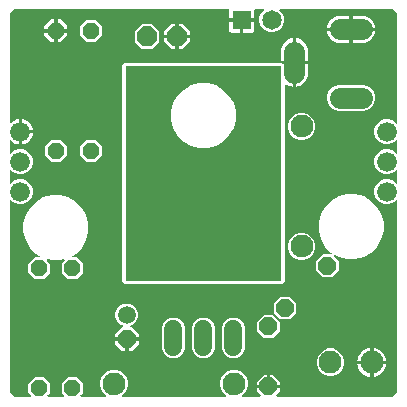
<source format=gbl>
G04 EAGLE Gerber RS-274X export*
G75*
%MOMM*%
%FSLAX34Y34*%
%LPD*%
%INBottom Copper*%
%IPPOS*%
%AMOC8*
5,1,8,0,0,1.08239X$1,22.5*%
G01*
%ADD10P,1.623585X8X292.500000*%
%ADD11C,1.500000*%
%ADD12C,1.930400*%
%ADD13C,1.524000*%
%ADD14C,1.950000*%
%ADD15P,1.547818X8X112.500000*%
%ADD16P,1.547818X8X292.500000*%
%ADD17C,1.800000*%
%ADD18P,1.623585X8X247.500000*%
%ADD19R,1.650000X1.650000*%
%ADD20C,1.650000*%
%ADD21C,1.676400*%
%ADD22P,1.814519X8X22.500000*%
%ADD23C,0.914400*%

G36*
X28524Y10934D02*
X28524Y10934D01*
X28596Y10936D01*
X28645Y10954D01*
X28696Y10962D01*
X28759Y10996D01*
X28827Y11021D01*
X28867Y11053D01*
X28913Y11078D01*
X28963Y11130D01*
X29019Y11174D01*
X29047Y11218D01*
X29083Y11256D01*
X29113Y11321D01*
X29152Y11381D01*
X29164Y11432D01*
X29186Y11479D01*
X29194Y11550D01*
X29212Y11620D01*
X29208Y11672D01*
X29213Y11723D01*
X29198Y11794D01*
X29193Y11865D01*
X29172Y11913D01*
X29161Y11964D01*
X29124Y12025D01*
X29096Y12091D01*
X29051Y12147D01*
X29035Y12175D01*
X29017Y12190D01*
X28991Y12222D01*
X26817Y14396D01*
X26817Y22004D01*
X32196Y27383D01*
X39804Y27383D01*
X45183Y22004D01*
X45183Y14396D01*
X43009Y12222D01*
X42967Y12164D01*
X42917Y12112D01*
X42895Y12065D01*
X42865Y12023D01*
X42844Y11954D01*
X42814Y11889D01*
X42808Y11837D01*
X42793Y11787D01*
X42795Y11716D01*
X42787Y11645D01*
X42798Y11594D01*
X42799Y11542D01*
X42824Y11474D01*
X42839Y11404D01*
X42866Y11359D01*
X42883Y11311D01*
X42928Y11255D01*
X42965Y11193D01*
X43005Y11159D01*
X43037Y11119D01*
X43097Y11080D01*
X43152Y11033D01*
X43200Y11014D01*
X43244Y10986D01*
X43314Y10968D01*
X43380Y10941D01*
X43451Y10933D01*
X43483Y10925D01*
X43506Y10927D01*
X43547Y10923D01*
X56453Y10923D01*
X56524Y10934D01*
X56596Y10936D01*
X56645Y10954D01*
X56696Y10962D01*
X56759Y10996D01*
X56827Y11021D01*
X56867Y11053D01*
X56913Y11078D01*
X56963Y11130D01*
X57019Y11174D01*
X57047Y11218D01*
X57083Y11256D01*
X57113Y11321D01*
X57152Y11381D01*
X57164Y11432D01*
X57186Y11479D01*
X57194Y11550D01*
X57212Y11620D01*
X57208Y11672D01*
X57213Y11723D01*
X57198Y11794D01*
X57193Y11865D01*
X57172Y11913D01*
X57161Y11964D01*
X57124Y12025D01*
X57096Y12091D01*
X57051Y12147D01*
X57035Y12175D01*
X57017Y12190D01*
X56991Y12222D01*
X54817Y14396D01*
X54817Y22004D01*
X60196Y27383D01*
X67804Y27383D01*
X73183Y22004D01*
X73183Y14396D01*
X71009Y12222D01*
X70967Y12164D01*
X70917Y12112D01*
X70895Y12065D01*
X70865Y12023D01*
X70844Y11954D01*
X70814Y11889D01*
X70808Y11837D01*
X70793Y11787D01*
X70795Y11716D01*
X70787Y11645D01*
X70798Y11594D01*
X70799Y11542D01*
X70824Y11474D01*
X70839Y11404D01*
X70866Y11359D01*
X70883Y11311D01*
X70928Y11255D01*
X70965Y11193D01*
X71005Y11159D01*
X71037Y11119D01*
X71097Y11080D01*
X71152Y11033D01*
X71200Y11014D01*
X71244Y10986D01*
X71314Y10968D01*
X71380Y10941D01*
X71451Y10933D01*
X71483Y10925D01*
X71506Y10927D01*
X71547Y10923D01*
X91915Y10923D01*
X91985Y10934D01*
X92057Y10936D01*
X92106Y10954D01*
X92158Y10962D01*
X92221Y10996D01*
X92288Y11021D01*
X92329Y11053D01*
X92375Y11078D01*
X92424Y11130D01*
X92480Y11174D01*
X92508Y11218D01*
X92544Y11256D01*
X92574Y11321D01*
X92613Y11381D01*
X92626Y11432D01*
X92648Y11479D01*
X92656Y11550D01*
X92673Y11620D01*
X92669Y11672D01*
X92675Y11723D01*
X92660Y11794D01*
X92654Y11865D01*
X92634Y11913D01*
X92623Y11964D01*
X92586Y12025D01*
X92558Y12091D01*
X92513Y12147D01*
X92497Y12175D01*
X92479Y12190D01*
X92453Y12222D01*
X89294Y15381D01*
X87515Y19676D01*
X87515Y24324D01*
X89294Y28619D01*
X92581Y31906D01*
X96876Y33685D01*
X101524Y33685D01*
X105819Y31906D01*
X109106Y28619D01*
X110885Y24324D01*
X110885Y19676D01*
X109106Y15381D01*
X105947Y12222D01*
X105905Y12164D01*
X105856Y12112D01*
X105834Y12065D01*
X105803Y12023D01*
X105782Y11954D01*
X105752Y11889D01*
X105746Y11837D01*
X105731Y11787D01*
X105733Y11716D01*
X105725Y11645D01*
X105736Y11594D01*
X105737Y11542D01*
X105762Y11474D01*
X105777Y11404D01*
X105804Y11359D01*
X105822Y11311D01*
X105867Y11255D01*
X105903Y11193D01*
X105943Y11159D01*
X105976Y11119D01*
X106036Y11080D01*
X106090Y11033D01*
X106139Y11014D01*
X106182Y10986D01*
X106252Y10968D01*
X106319Y10941D01*
X106390Y10933D01*
X106421Y10925D01*
X106444Y10927D01*
X106485Y10923D01*
X193515Y10923D01*
X193585Y10934D01*
X193657Y10936D01*
X193706Y10954D01*
X193758Y10962D01*
X193821Y10996D01*
X193888Y11021D01*
X193929Y11053D01*
X193975Y11078D01*
X194024Y11130D01*
X194080Y11174D01*
X194108Y11218D01*
X194144Y11256D01*
X194174Y11321D01*
X194213Y11381D01*
X194226Y11432D01*
X194248Y11479D01*
X194256Y11550D01*
X194273Y11620D01*
X194269Y11672D01*
X194275Y11723D01*
X194260Y11794D01*
X194254Y11865D01*
X194234Y11913D01*
X194223Y11964D01*
X194186Y12025D01*
X194158Y12091D01*
X194113Y12147D01*
X194097Y12175D01*
X194079Y12190D01*
X194053Y12222D01*
X190894Y15381D01*
X189115Y19676D01*
X189115Y24324D01*
X190894Y28619D01*
X194181Y31906D01*
X198476Y33685D01*
X203124Y33685D01*
X207419Y31906D01*
X210706Y28619D01*
X212485Y24324D01*
X212485Y19676D01*
X210706Y15381D01*
X207547Y12222D01*
X207505Y12164D01*
X207456Y12112D01*
X207434Y12065D01*
X207403Y12023D01*
X207382Y11954D01*
X207352Y11889D01*
X207346Y11837D01*
X207331Y11787D01*
X207333Y11716D01*
X207325Y11645D01*
X207336Y11594D01*
X207337Y11542D01*
X207362Y11474D01*
X207377Y11404D01*
X207404Y11359D01*
X207422Y11311D01*
X207467Y11255D01*
X207503Y11193D01*
X207543Y11159D01*
X207576Y11119D01*
X207636Y11080D01*
X207690Y11033D01*
X207739Y11014D01*
X207782Y10986D01*
X207852Y10968D01*
X207919Y10941D01*
X207990Y10933D01*
X208021Y10925D01*
X208044Y10927D01*
X208085Y10923D01*
X222640Y10923D01*
X222710Y10934D01*
X222782Y10936D01*
X222831Y10954D01*
X222882Y10962D01*
X222946Y10996D01*
X223013Y11021D01*
X223054Y11053D01*
X223100Y11078D01*
X223149Y11130D01*
X223205Y11174D01*
X223233Y11218D01*
X223269Y11256D01*
X223299Y11321D01*
X223338Y11381D01*
X223351Y11432D01*
X223373Y11479D01*
X223381Y11550D01*
X223398Y11620D01*
X223394Y11672D01*
X223400Y11723D01*
X223385Y11794D01*
X223379Y11865D01*
X223359Y11913D01*
X223348Y11964D01*
X223311Y12025D01*
X223283Y12091D01*
X223238Y12147D01*
X223222Y12175D01*
X223204Y12190D01*
X223178Y12222D01*
X219959Y15441D01*
X219959Y18077D01*
X229238Y18077D01*
X229258Y18080D01*
X229277Y18078D01*
X229379Y18100D01*
X229481Y18117D01*
X229498Y18126D01*
X229518Y18130D01*
X229607Y18183D01*
X229698Y18232D01*
X229712Y18246D01*
X229729Y18256D01*
X229796Y18335D01*
X229867Y18410D01*
X229876Y18428D01*
X229889Y18443D01*
X229927Y18539D01*
X229971Y18633D01*
X229973Y18653D01*
X229981Y18671D01*
X229999Y18838D01*
X229999Y19601D01*
X230001Y19601D01*
X230001Y18838D01*
X230004Y18818D01*
X230002Y18799D01*
X230024Y18697D01*
X230041Y18595D01*
X230050Y18578D01*
X230054Y18558D01*
X230107Y18469D01*
X230156Y18378D01*
X230170Y18364D01*
X230180Y18347D01*
X230259Y18280D01*
X230334Y18209D01*
X230352Y18200D01*
X230367Y18187D01*
X230463Y18148D01*
X230557Y18105D01*
X230577Y18103D01*
X230595Y18095D01*
X230762Y18077D01*
X240041Y18077D01*
X240041Y15441D01*
X236822Y12222D01*
X236780Y12164D01*
X236731Y12112D01*
X236709Y12065D01*
X236678Y12023D01*
X236657Y11954D01*
X236627Y11889D01*
X236621Y11837D01*
X236606Y11787D01*
X236608Y11716D01*
X236600Y11645D01*
X236611Y11594D01*
X236612Y11542D01*
X236637Y11474D01*
X236652Y11404D01*
X236679Y11359D01*
X236697Y11311D01*
X236742Y11255D01*
X236778Y11193D01*
X236818Y11159D01*
X236851Y11119D01*
X236911Y11080D01*
X236965Y11033D01*
X237014Y11014D01*
X237058Y10986D01*
X237127Y10968D01*
X237194Y10941D01*
X237265Y10933D01*
X237296Y10925D01*
X237319Y10927D01*
X237360Y10923D01*
X335160Y10923D01*
X335250Y10937D01*
X335341Y10945D01*
X335371Y10957D01*
X335403Y10962D01*
X335484Y11005D01*
X335568Y11041D01*
X335600Y11067D01*
X335620Y11078D01*
X335643Y11101D01*
X335699Y11146D01*
X338854Y14301D01*
X338907Y14375D01*
X338967Y14445D01*
X338979Y14475D01*
X338998Y14501D01*
X339025Y14588D01*
X339059Y14673D01*
X339063Y14714D01*
X339070Y14736D01*
X339069Y14768D01*
X339077Y14840D01*
X339077Y177111D01*
X339066Y177182D01*
X339064Y177253D01*
X339046Y177302D01*
X339038Y177354D01*
X339004Y177417D01*
X338979Y177484D01*
X338947Y177525D01*
X338922Y177571D01*
X338870Y177620D01*
X338826Y177676D01*
X338782Y177704D01*
X338744Y177740D01*
X338679Y177770D01*
X338619Y177809D01*
X338568Y177822D01*
X338521Y177844D01*
X338450Y177852D01*
X338380Y177869D01*
X338328Y177865D01*
X338277Y177871D01*
X338206Y177856D01*
X338135Y177850D01*
X338087Y177830D01*
X338036Y177819D01*
X337975Y177782D01*
X337909Y177754D01*
X337853Y177709D01*
X337825Y177693D01*
X337810Y177675D01*
X337778Y177649D01*
X335900Y175771D01*
X332072Y174185D01*
X327928Y174185D01*
X324100Y175771D01*
X321171Y178700D01*
X319585Y182528D01*
X319585Y186672D01*
X321171Y190500D01*
X324100Y193429D01*
X327928Y195015D01*
X332072Y195015D01*
X335900Y193429D01*
X337778Y191551D01*
X337836Y191509D01*
X337888Y191460D01*
X337935Y191438D01*
X337977Y191407D01*
X338046Y191386D01*
X338111Y191356D01*
X338163Y191350D01*
X338213Y191335D01*
X338284Y191337D01*
X338355Y191329D01*
X338406Y191340D01*
X338458Y191341D01*
X338526Y191366D01*
X338596Y191381D01*
X338641Y191408D01*
X338689Y191426D01*
X338745Y191471D01*
X338807Y191507D01*
X338841Y191547D01*
X338881Y191580D01*
X338920Y191640D01*
X338967Y191694D01*
X338986Y191743D01*
X339014Y191786D01*
X339032Y191856D01*
X339039Y191874D01*
X339049Y191895D01*
X339050Y191900D01*
X339059Y191922D01*
X339067Y191994D01*
X339075Y192025D01*
X339073Y192048D01*
X339077Y192089D01*
X339077Y202511D01*
X339066Y202582D01*
X339064Y202653D01*
X339046Y202702D01*
X339038Y202754D01*
X339004Y202817D01*
X338979Y202884D01*
X338947Y202925D01*
X338922Y202971D01*
X338870Y203020D01*
X338826Y203076D01*
X338782Y203104D01*
X338744Y203140D01*
X338679Y203170D01*
X338619Y203209D01*
X338568Y203222D01*
X338521Y203244D01*
X338450Y203252D01*
X338380Y203269D01*
X338328Y203265D01*
X338277Y203271D01*
X338206Y203256D01*
X338135Y203250D01*
X338087Y203230D01*
X338036Y203219D01*
X337975Y203182D01*
X337909Y203154D01*
X337853Y203109D01*
X337825Y203093D01*
X337810Y203075D01*
X337778Y203049D01*
X335900Y201171D01*
X332072Y199585D01*
X327928Y199585D01*
X324100Y201171D01*
X321171Y204100D01*
X319585Y207928D01*
X319585Y212072D01*
X321171Y215900D01*
X324100Y218829D01*
X327928Y220415D01*
X332072Y220415D01*
X335900Y218829D01*
X337778Y216951D01*
X337836Y216909D01*
X337888Y216860D01*
X337935Y216838D01*
X337977Y216807D01*
X338046Y216786D01*
X338111Y216756D01*
X338163Y216750D01*
X338213Y216735D01*
X338284Y216737D01*
X338355Y216729D01*
X338406Y216740D01*
X338458Y216741D01*
X338526Y216766D01*
X338596Y216781D01*
X338641Y216808D01*
X338689Y216826D01*
X338745Y216871D01*
X338807Y216907D01*
X338841Y216947D01*
X338881Y216980D01*
X338920Y217040D01*
X338967Y217094D01*
X338986Y217143D01*
X339014Y217186D01*
X339032Y217256D01*
X339059Y217322D01*
X339067Y217394D01*
X339075Y217425D01*
X339073Y217448D01*
X339077Y217489D01*
X339077Y227911D01*
X339076Y227918D01*
X339075Y227923D01*
X339066Y227982D01*
X339064Y228053D01*
X339046Y228102D01*
X339038Y228154D01*
X339004Y228217D01*
X338979Y228284D01*
X338947Y228325D01*
X338922Y228371D01*
X338870Y228420D01*
X338826Y228476D01*
X338782Y228504D01*
X338744Y228540D01*
X338679Y228570D01*
X338619Y228609D01*
X338568Y228622D01*
X338521Y228644D01*
X338450Y228652D01*
X338380Y228669D01*
X338328Y228665D01*
X338277Y228671D01*
X338206Y228656D01*
X338135Y228650D01*
X338087Y228630D01*
X338036Y228619D01*
X337975Y228582D01*
X337909Y228554D01*
X337853Y228509D01*
X337825Y228493D01*
X337810Y228475D01*
X337778Y228449D01*
X335900Y226571D01*
X332072Y224985D01*
X327928Y224985D01*
X324100Y226571D01*
X321171Y229500D01*
X319585Y233328D01*
X319585Y237472D01*
X321171Y241300D01*
X324100Y244229D01*
X327928Y245815D01*
X332072Y245815D01*
X335900Y244229D01*
X337778Y242351D01*
X337836Y242309D01*
X337888Y242260D01*
X337935Y242238D01*
X337977Y242207D01*
X338046Y242186D01*
X338111Y242156D01*
X338163Y242150D01*
X338213Y242135D01*
X338284Y242137D01*
X338355Y242129D01*
X338406Y242140D01*
X338458Y242141D01*
X338526Y242166D01*
X338596Y242181D01*
X338641Y242208D01*
X338689Y242226D01*
X338745Y242271D01*
X338807Y242307D01*
X338841Y242347D01*
X338881Y242380D01*
X338920Y242440D01*
X338967Y242494D01*
X338986Y242543D01*
X339014Y242586D01*
X339032Y242656D01*
X339059Y242722D01*
X339067Y242794D01*
X339075Y242825D01*
X339073Y242848D01*
X339077Y242889D01*
X339077Y335160D01*
X339063Y335250D01*
X339055Y335341D01*
X339043Y335371D01*
X339038Y335403D01*
X338995Y335484D01*
X338959Y335568D01*
X338933Y335600D01*
X338922Y335620D01*
X338899Y335643D01*
X338854Y335699D01*
X335699Y338854D01*
X335625Y338907D01*
X335555Y338967D01*
X335525Y338979D01*
X335499Y338998D01*
X335412Y339025D01*
X335327Y339059D01*
X335286Y339063D01*
X335264Y339070D01*
X335232Y339069D01*
X335160Y339077D01*
X240003Y339077D01*
X239932Y339066D01*
X239860Y339064D01*
X239811Y339046D01*
X239760Y339038D01*
X239696Y339004D01*
X239629Y338979D01*
X239588Y338947D01*
X239542Y338922D01*
X239493Y338870D01*
X239437Y338826D01*
X239409Y338782D01*
X239373Y338744D01*
X239343Y338679D01*
X239304Y338619D01*
X239291Y338568D01*
X239269Y338521D01*
X239261Y338450D01*
X239244Y338380D01*
X239248Y338328D01*
X239242Y338277D01*
X239258Y338206D01*
X239263Y338135D01*
X239283Y338087D01*
X239295Y338036D01*
X239331Y337975D01*
X239359Y337909D01*
X239404Y337853D01*
X239421Y337825D01*
X239439Y337810D01*
X239464Y337778D01*
X241417Y335825D01*
X242983Y332045D01*
X242983Y327955D01*
X241417Y324175D01*
X238525Y321283D01*
X234745Y319717D01*
X230655Y319717D01*
X226875Y321283D01*
X223983Y324175D01*
X222417Y327955D01*
X222417Y332045D01*
X223983Y335825D01*
X225936Y337778D01*
X225978Y337836D01*
X226027Y337888D01*
X226049Y337935D01*
X226079Y337977D01*
X226100Y338046D01*
X226131Y338111D01*
X226136Y338163D01*
X226152Y338213D01*
X226150Y338284D01*
X226158Y338355D01*
X226147Y338406D01*
X226145Y338458D01*
X226121Y338526D01*
X226105Y338596D01*
X226079Y338641D01*
X226061Y338689D01*
X226016Y338745D01*
X225979Y338807D01*
X225940Y338841D01*
X225907Y338881D01*
X225847Y338920D01*
X225792Y338967D01*
X225744Y338986D01*
X225700Y339014D01*
X225631Y339032D01*
X225564Y339059D01*
X225493Y339067D01*
X225462Y339075D01*
X225438Y339073D01*
X225397Y339077D01*
X218852Y339077D01*
X218832Y339074D01*
X218813Y339076D01*
X218711Y339054D01*
X218609Y339038D01*
X218592Y339028D01*
X218572Y339024D01*
X218483Y338971D01*
X218392Y338922D01*
X218378Y338908D01*
X218361Y338898D01*
X218294Y338819D01*
X218222Y338744D01*
X218214Y338726D01*
X218201Y338711D01*
X218162Y338615D01*
X218119Y338521D01*
X218117Y338501D01*
X218109Y338483D01*
X218091Y338316D01*
X218091Y331523D01*
X208062Y331523D01*
X208042Y331520D01*
X208023Y331522D01*
X207921Y331500D01*
X207819Y331483D01*
X207802Y331474D01*
X207782Y331470D01*
X207693Y331417D01*
X207602Y331368D01*
X207588Y331354D01*
X207571Y331344D01*
X207504Y331265D01*
X207433Y331190D01*
X207424Y331172D01*
X207411Y331157D01*
X207373Y331061D01*
X207329Y330967D01*
X207327Y330947D01*
X207319Y330929D01*
X207301Y330762D01*
X207301Y329999D01*
X207299Y329999D01*
X207299Y330762D01*
X207296Y330782D01*
X207298Y330801D01*
X207276Y330903D01*
X207259Y331005D01*
X207250Y331022D01*
X207246Y331042D01*
X207193Y331131D01*
X207144Y331222D01*
X207130Y331236D01*
X207120Y331253D01*
X207041Y331320D01*
X206966Y331391D01*
X206948Y331400D01*
X206933Y331413D01*
X206837Y331452D01*
X206743Y331495D01*
X206723Y331497D01*
X206705Y331505D01*
X206538Y331523D01*
X196509Y331523D01*
X196509Y338316D01*
X196506Y338336D01*
X196508Y338355D01*
X196486Y338457D01*
X196470Y338559D01*
X196460Y338576D01*
X196456Y338596D01*
X196403Y338685D01*
X196354Y338776D01*
X196340Y338790D01*
X196330Y338807D01*
X196251Y338874D01*
X196176Y338946D01*
X196158Y338954D01*
X196143Y338967D01*
X196047Y339006D01*
X195953Y339049D01*
X195933Y339051D01*
X195915Y339059D01*
X195748Y339077D01*
X14840Y339077D01*
X14750Y339063D01*
X14659Y339055D01*
X14629Y339043D01*
X14597Y339038D01*
X14516Y338995D01*
X14432Y338959D01*
X14400Y338933D01*
X14380Y338922D01*
X14357Y338899D01*
X14301Y338854D01*
X11146Y335699D01*
X11093Y335625D01*
X11033Y335555D01*
X11021Y335525D01*
X11002Y335499D01*
X10975Y335412D01*
X10941Y335327D01*
X10937Y335286D01*
X10930Y335264D01*
X10931Y335232D01*
X10923Y335160D01*
X10923Y243608D01*
X10934Y243537D01*
X10936Y243465D01*
X10954Y243416D01*
X10962Y243365D01*
X10996Y243302D01*
X11021Y243234D01*
X11053Y243194D01*
X11078Y243147D01*
X11130Y243098D01*
X11174Y243042D01*
X11218Y243014D01*
X11256Y242978D01*
X11321Y242948D01*
X11381Y242909D01*
X11432Y242896D01*
X11479Y242874D01*
X11550Y242867D01*
X11620Y242849D01*
X11672Y242853D01*
X11723Y242847D01*
X11794Y242863D01*
X11865Y242868D01*
X11913Y242889D01*
X11964Y242900D01*
X12025Y242936D01*
X12091Y242965D01*
X12147Y243009D01*
X12175Y243026D01*
X12190Y243044D01*
X12222Y243069D01*
X12884Y243731D01*
X14275Y244742D01*
X15807Y245522D01*
X17442Y246054D01*
X18477Y246218D01*
X18477Y236162D01*
X18480Y236142D01*
X18478Y236123D01*
X18500Y236021D01*
X18517Y235919D01*
X18526Y235902D01*
X18530Y235882D01*
X18583Y235793D01*
X18632Y235702D01*
X18646Y235688D01*
X18656Y235671D01*
X18735Y235604D01*
X18810Y235533D01*
X18828Y235524D01*
X18843Y235511D01*
X18939Y235473D01*
X19033Y235429D01*
X19053Y235427D01*
X19071Y235419D01*
X19238Y235401D01*
X20001Y235401D01*
X20001Y235399D01*
X19238Y235399D01*
X19218Y235396D01*
X19199Y235398D01*
X19097Y235376D01*
X18995Y235359D01*
X18978Y235350D01*
X18958Y235346D01*
X18869Y235293D01*
X18778Y235244D01*
X18764Y235230D01*
X18747Y235220D01*
X18680Y235141D01*
X18609Y235066D01*
X18600Y235048D01*
X18587Y235033D01*
X18548Y234937D01*
X18505Y234843D01*
X18503Y234823D01*
X18495Y234805D01*
X18477Y234638D01*
X18477Y224582D01*
X17442Y224746D01*
X15807Y225278D01*
X14275Y226058D01*
X12884Y227069D01*
X12222Y227731D01*
X12164Y227773D01*
X12112Y227822D01*
X12065Y227844D01*
X12023Y227874D01*
X11954Y227895D01*
X11889Y227926D01*
X11837Y227931D01*
X11787Y227947D01*
X11716Y227945D01*
X11645Y227953D01*
X11594Y227942D01*
X11542Y227940D01*
X11474Y227916D01*
X11404Y227900D01*
X11359Y227874D01*
X11311Y227856D01*
X11255Y227811D01*
X11193Y227774D01*
X11159Y227735D01*
X11119Y227702D01*
X11080Y227642D01*
X11033Y227587D01*
X11014Y227539D01*
X10986Y227495D01*
X10968Y227426D01*
X10941Y227359D01*
X10933Y227288D01*
X10925Y227257D01*
X10927Y227233D01*
X10923Y227192D01*
X10923Y217489D01*
X10934Y217418D01*
X10936Y217347D01*
X10954Y217298D01*
X10962Y217246D01*
X10996Y217183D01*
X11021Y217116D01*
X11053Y217075D01*
X11078Y217029D01*
X11130Y216980D01*
X11174Y216924D01*
X11218Y216896D01*
X11256Y216860D01*
X11321Y216830D01*
X11381Y216791D01*
X11432Y216778D01*
X11479Y216756D01*
X11550Y216748D01*
X11620Y216731D01*
X11672Y216735D01*
X11723Y216729D01*
X11794Y216744D01*
X11865Y216750D01*
X11913Y216770D01*
X11964Y216781D01*
X12025Y216818D01*
X12091Y216846D01*
X12147Y216891D01*
X12175Y216907D01*
X12190Y216925D01*
X12222Y216951D01*
X14100Y218829D01*
X17928Y220415D01*
X22072Y220415D01*
X25900Y218829D01*
X28829Y215900D01*
X30415Y212072D01*
X30415Y207928D01*
X28829Y204100D01*
X25900Y201171D01*
X22072Y199585D01*
X17928Y199585D01*
X14100Y201171D01*
X12222Y203049D01*
X12164Y203091D01*
X12112Y203140D01*
X12065Y203162D01*
X12023Y203193D01*
X11954Y203214D01*
X11889Y203244D01*
X11837Y203250D01*
X11787Y203265D01*
X11716Y203263D01*
X11645Y203271D01*
X11594Y203260D01*
X11542Y203259D01*
X11474Y203234D01*
X11404Y203219D01*
X11359Y203192D01*
X11311Y203174D01*
X11255Y203129D01*
X11193Y203093D01*
X11159Y203053D01*
X11119Y203020D01*
X11080Y202960D01*
X11033Y202906D01*
X11014Y202857D01*
X10986Y202814D01*
X10968Y202744D01*
X10941Y202678D01*
X10933Y202606D01*
X10925Y202575D01*
X10927Y202552D01*
X10923Y202511D01*
X10923Y192089D01*
X10925Y192074D01*
X10924Y192061D01*
X10934Y192011D01*
X10936Y191947D01*
X10954Y191898D01*
X10962Y191846D01*
X10976Y191821D01*
X10976Y191820D01*
X10978Y191817D01*
X10996Y191783D01*
X11021Y191716D01*
X11053Y191675D01*
X11078Y191629D01*
X11130Y191580D01*
X11174Y191524D01*
X11218Y191496D01*
X11256Y191460D01*
X11321Y191430D01*
X11381Y191391D01*
X11432Y191378D01*
X11479Y191356D01*
X11550Y191348D01*
X11620Y191331D01*
X11672Y191335D01*
X11723Y191329D01*
X11794Y191344D01*
X11865Y191350D01*
X11913Y191370D01*
X11964Y191381D01*
X12025Y191418D01*
X12091Y191446D01*
X12143Y191487D01*
X12155Y191494D01*
X12159Y191498D01*
X12175Y191507D01*
X12190Y191525D01*
X12222Y191551D01*
X14100Y193429D01*
X17928Y195015D01*
X22072Y195015D01*
X25900Y193429D01*
X28829Y190500D01*
X30415Y186672D01*
X30415Y182528D01*
X28829Y178700D01*
X25900Y175771D01*
X22072Y174185D01*
X17928Y174185D01*
X14100Y175771D01*
X12222Y177649D01*
X12164Y177691D01*
X12112Y177740D01*
X12065Y177762D01*
X12023Y177793D01*
X11954Y177814D01*
X11889Y177844D01*
X11837Y177850D01*
X11787Y177865D01*
X11716Y177863D01*
X11645Y177871D01*
X11594Y177860D01*
X11542Y177859D01*
X11474Y177834D01*
X11404Y177819D01*
X11359Y177792D01*
X11311Y177774D01*
X11255Y177729D01*
X11193Y177693D01*
X11159Y177653D01*
X11119Y177620D01*
X11080Y177560D01*
X11033Y177506D01*
X11014Y177457D01*
X10986Y177414D01*
X10968Y177344D01*
X10941Y177278D01*
X10933Y177206D01*
X10925Y177175D01*
X10927Y177152D01*
X10923Y177111D01*
X10923Y14840D01*
X10937Y14750D01*
X10945Y14659D01*
X10957Y14629D01*
X10962Y14597D01*
X11005Y14516D01*
X11041Y14432D01*
X11067Y14400D01*
X11078Y14380D01*
X11101Y14357D01*
X11146Y14301D01*
X14301Y11146D01*
X14375Y11093D01*
X14445Y11033D01*
X14475Y11021D01*
X14501Y11002D01*
X14588Y10975D01*
X14673Y10941D01*
X14714Y10937D01*
X14736Y10930D01*
X14768Y10931D01*
X14840Y10923D01*
X28453Y10923D01*
X28524Y10934D01*
G37*
%LPC*%
G36*
X108422Y106189D02*
X108422Y106189D01*
X106189Y108422D01*
X106189Y291578D01*
X108422Y293811D01*
X241578Y293811D01*
X242689Y292700D01*
X242763Y292647D01*
X242833Y292587D01*
X242863Y292575D01*
X242889Y292556D01*
X242976Y292529D01*
X243061Y292495D01*
X243102Y292491D01*
X243124Y292484D01*
X243156Y292485D01*
X243228Y292477D01*
X250477Y292477D01*
X250477Y273557D01*
X249298Y273743D01*
X247570Y274305D01*
X245951Y275129D01*
X245019Y275807D01*
X245009Y275812D01*
X245000Y275820D01*
X244899Y275867D01*
X244800Y275917D01*
X244788Y275919D01*
X244777Y275924D01*
X244666Y275936D01*
X244556Y275952D01*
X244544Y275950D01*
X244533Y275951D01*
X244424Y275927D01*
X244314Y275907D01*
X244304Y275901D01*
X244292Y275899D01*
X244196Y275841D01*
X244099Y275787D01*
X244091Y275779D01*
X244081Y275772D01*
X244009Y275688D01*
X243934Y275606D01*
X243929Y275595D01*
X243921Y275586D01*
X243879Y275482D01*
X243835Y275380D01*
X243834Y275369D01*
X243829Y275357D01*
X243811Y275191D01*
X243811Y108422D01*
X241578Y106189D01*
X108422Y106189D01*
G37*
%LPD*%
G36*
X240020Y109242D02*
X240020Y109242D01*
X240039Y109240D01*
X240141Y109262D01*
X240243Y109279D01*
X240260Y109288D01*
X240280Y109292D01*
X240369Y109345D01*
X240460Y109394D01*
X240474Y109408D01*
X240491Y109418D01*
X240558Y109497D01*
X240630Y109572D01*
X240638Y109590D01*
X240651Y109605D01*
X240690Y109701D01*
X240733Y109795D01*
X240735Y109815D01*
X240743Y109833D01*
X240761Y110000D01*
X240761Y290000D01*
X240758Y290020D01*
X240760Y290039D01*
X240738Y290141D01*
X240722Y290243D01*
X240712Y290260D01*
X240708Y290280D01*
X240655Y290369D01*
X240606Y290460D01*
X240592Y290474D01*
X240582Y290491D01*
X240503Y290558D01*
X240428Y290630D01*
X240410Y290638D01*
X240395Y290651D01*
X240299Y290690D01*
X240205Y290733D01*
X240185Y290735D01*
X240167Y290743D01*
X240000Y290761D01*
X110000Y290761D01*
X109980Y290758D01*
X109961Y290760D01*
X109859Y290738D01*
X109757Y290722D01*
X109740Y290712D01*
X109720Y290708D01*
X109631Y290655D01*
X109540Y290606D01*
X109526Y290592D01*
X109509Y290582D01*
X109442Y290503D01*
X109371Y290428D01*
X109362Y290410D01*
X109349Y290395D01*
X109310Y290299D01*
X109267Y290205D01*
X109265Y290185D01*
X109257Y290167D01*
X109239Y290000D01*
X109239Y110000D01*
X109242Y109980D01*
X109240Y109961D01*
X109262Y109859D01*
X109279Y109757D01*
X109288Y109740D01*
X109292Y109720D01*
X109345Y109631D01*
X109394Y109540D01*
X109408Y109526D01*
X109418Y109509D01*
X109497Y109442D01*
X109572Y109371D01*
X109590Y109362D01*
X109605Y109349D01*
X109701Y109310D01*
X109795Y109267D01*
X109815Y109265D01*
X109833Y109257D01*
X110000Y109239D01*
X240000Y109239D01*
X240020Y109242D01*
G37*
%LPC*%
G36*
X32196Y110617D02*
X32196Y110617D01*
X26817Y115996D01*
X26817Y123604D01*
X32196Y128983D01*
X35489Y128983D01*
X35536Y128990D01*
X35584Y128989D01*
X35657Y129010D01*
X35731Y129022D01*
X35774Y129045D01*
X35820Y129059D01*
X35882Y129102D01*
X35949Y129138D01*
X35982Y129172D01*
X36021Y129200D01*
X36066Y129261D01*
X36118Y129316D01*
X36138Y129359D01*
X36167Y129398D01*
X36190Y129470D01*
X36222Y129539D01*
X36227Y129587D01*
X36242Y129632D01*
X36241Y129708D01*
X36249Y129783D01*
X36239Y129830D01*
X36238Y129878D01*
X36213Y129950D01*
X36197Y130024D01*
X36172Y130065D01*
X36156Y130110D01*
X36109Y130170D01*
X36070Y130235D01*
X36034Y130266D01*
X36004Y130304D01*
X35901Y130380D01*
X35884Y130395D01*
X35877Y130397D01*
X35869Y130403D01*
X33114Y131994D01*
X27994Y137114D01*
X24373Y143385D01*
X22499Y150379D01*
X22499Y157621D01*
X24373Y164615D01*
X27994Y170886D01*
X33114Y176006D01*
X39385Y179627D01*
X46379Y181501D01*
X53621Y181501D01*
X60615Y179627D01*
X66886Y176006D01*
X72006Y170886D01*
X75627Y164615D01*
X77501Y157621D01*
X77501Y150379D01*
X75627Y143385D01*
X72006Y137114D01*
X66886Y131994D01*
X64131Y130403D01*
X64094Y130373D01*
X64051Y130350D01*
X63999Y130296D01*
X63940Y130247D01*
X63915Y130207D01*
X63882Y130172D01*
X63850Y130103D01*
X63810Y130039D01*
X63798Y129992D01*
X63778Y129949D01*
X63770Y129874D01*
X63752Y129800D01*
X63756Y129752D01*
X63751Y129705D01*
X63767Y129630D01*
X63774Y129555D01*
X63793Y129511D01*
X63803Y129464D01*
X63842Y129399D01*
X63873Y129330D01*
X63905Y129294D01*
X63930Y129253D01*
X63987Y129204D01*
X64038Y129148D01*
X64080Y129124D01*
X64116Y129093D01*
X64187Y129065D01*
X64253Y129028D01*
X64300Y129019D01*
X64345Y129001D01*
X64473Y128987D01*
X64495Y128983D01*
X64501Y128984D01*
X64511Y128983D01*
X67804Y128983D01*
X73183Y123604D01*
X73183Y115996D01*
X67804Y110617D01*
X60196Y110617D01*
X54817Y115996D01*
X54817Y123604D01*
X57202Y125988D01*
X57230Y126027D01*
X57265Y126060D01*
X57301Y126126D01*
X57346Y126188D01*
X57360Y126234D01*
X57383Y126276D01*
X57396Y126351D01*
X57418Y126423D01*
X57417Y126471D01*
X57425Y126518D01*
X57413Y126593D01*
X57412Y126669D01*
X57395Y126714D01*
X57388Y126761D01*
X57353Y126829D01*
X57327Y126900D01*
X57297Y126938D01*
X57275Y126980D01*
X57221Y127033D01*
X57173Y127092D01*
X57133Y127118D01*
X57099Y127151D01*
X57030Y127184D01*
X56966Y127225D01*
X56920Y127237D01*
X56877Y127257D01*
X56801Y127267D01*
X56728Y127285D01*
X56680Y127281D01*
X56633Y127287D01*
X56505Y127268D01*
X56483Y127266D01*
X56477Y127263D01*
X56467Y127262D01*
X53621Y126499D01*
X46379Y126499D01*
X43533Y127262D01*
X43486Y127267D01*
X43440Y127281D01*
X43364Y127279D01*
X43289Y127286D01*
X43242Y127276D01*
X43194Y127274D01*
X43123Y127248D01*
X43049Y127231D01*
X43008Y127206D01*
X42963Y127190D01*
X42904Y127143D01*
X42839Y127103D01*
X42808Y127066D01*
X42771Y127036D01*
X42730Y126973D01*
X42681Y126914D01*
X42664Y126870D01*
X42638Y126829D01*
X42619Y126756D01*
X42592Y126685D01*
X42589Y126637D01*
X42578Y126591D01*
X42584Y126515D01*
X42580Y126440D01*
X42593Y126393D01*
X42597Y126346D01*
X42627Y126276D01*
X42647Y126203D01*
X42674Y126163D01*
X42693Y126119D01*
X42774Y126019D01*
X42786Y126000D01*
X42792Y125996D01*
X42798Y125988D01*
X45183Y123604D01*
X45183Y115996D01*
X39804Y110617D01*
X32196Y110617D01*
G37*
%LPD*%
%LPC*%
G36*
X276012Y112428D02*
X276012Y112428D01*
X270428Y118012D01*
X270428Y125909D01*
X276012Y131493D01*
X282872Y131493D01*
X282920Y131501D01*
X282968Y131499D01*
X283040Y131521D01*
X283115Y131533D01*
X283158Y131555D01*
X283204Y131569D01*
X283266Y131613D01*
X283333Y131648D01*
X283366Y131683D01*
X283405Y131710D01*
X283450Y131771D01*
X283502Y131826D01*
X283522Y131870D01*
X283551Y131909D01*
X283574Y131981D01*
X283606Y132049D01*
X283611Y132097D01*
X283626Y132143D01*
X283624Y132219D01*
X283633Y132294D01*
X283623Y132341D01*
X283622Y132389D01*
X283597Y132460D01*
X283580Y132534D01*
X283556Y132576D01*
X283540Y132621D01*
X283493Y132680D01*
X283454Y132745D01*
X283418Y132777D01*
X283388Y132814D01*
X283285Y132891D01*
X283267Y132905D01*
X283261Y132908D01*
X283253Y132914D01*
X283114Y132994D01*
X277994Y138114D01*
X274373Y144385D01*
X272499Y151379D01*
X272499Y158621D01*
X274373Y165615D01*
X277994Y171886D01*
X283114Y177006D01*
X289385Y180627D01*
X296379Y182501D01*
X303621Y182501D01*
X310615Y180627D01*
X316886Y177006D01*
X322006Y171886D01*
X325627Y165615D01*
X327501Y158621D01*
X327501Y151379D01*
X325627Y144385D01*
X322006Y138114D01*
X316886Y132994D01*
X310615Y129373D01*
X303621Y127499D01*
X296379Y127499D01*
X289385Y129373D01*
X286452Y131067D01*
X286429Y131075D01*
X286410Y131090D01*
X286314Y131119D01*
X286222Y131154D01*
X286198Y131155D01*
X286175Y131162D01*
X286075Y131159D01*
X285976Y131163D01*
X285953Y131156D01*
X285929Y131156D01*
X285835Y131121D01*
X285740Y131093D01*
X285720Y131079D01*
X285698Y131071D01*
X285620Y131009D01*
X285539Y130952D01*
X285524Y130932D01*
X285506Y130917D01*
X285452Y130834D01*
X285393Y130754D01*
X285386Y130731D01*
X285373Y130710D01*
X285348Y130614D01*
X285318Y130519D01*
X285318Y130495D01*
X285313Y130472D01*
X285320Y130373D01*
X285322Y130273D01*
X285330Y130251D01*
X285332Y130227D01*
X285371Y130135D01*
X285404Y130041D01*
X285419Y130022D01*
X285428Y130000D01*
X285533Y129869D01*
X289493Y125909D01*
X289493Y118012D01*
X283909Y112428D01*
X276012Y112428D01*
G37*
%LPD*%
%LPC*%
G36*
X171379Y221499D02*
X171379Y221499D01*
X164385Y223373D01*
X158114Y226994D01*
X152994Y232114D01*
X149373Y238385D01*
X147499Y245379D01*
X147499Y252621D01*
X149373Y259615D01*
X152994Y265886D01*
X158114Y271006D01*
X164385Y274627D01*
X171379Y276501D01*
X178621Y276501D01*
X185615Y274627D01*
X191886Y271006D01*
X197006Y265886D01*
X200627Y259615D01*
X202501Y252621D01*
X202501Y245379D01*
X200627Y238385D01*
X197006Y232114D01*
X191886Y226994D01*
X185615Y223373D01*
X178621Y221499D01*
X171379Y221499D01*
G37*
%LPD*%
%LPC*%
G36*
X288805Y252967D02*
X288805Y252967D01*
X284750Y254647D01*
X281647Y257750D01*
X279967Y261805D01*
X279967Y266195D01*
X281647Y270250D01*
X284750Y273353D01*
X288805Y275033D01*
X311195Y275033D01*
X315250Y273353D01*
X318353Y270250D01*
X320033Y266195D01*
X320033Y261805D01*
X318353Y257750D01*
X315250Y254647D01*
X311195Y252967D01*
X288805Y252967D01*
G37*
%LPD*%
%LPC*%
G36*
X147680Y43427D02*
X147680Y43427D01*
X144132Y44897D01*
X141417Y47612D01*
X139947Y51160D01*
X139947Y70240D01*
X141417Y73788D01*
X144132Y76503D01*
X147680Y77973D01*
X151520Y77973D01*
X155068Y76503D01*
X157783Y73788D01*
X159253Y70240D01*
X159253Y51160D01*
X157783Y47612D01*
X155068Y44897D01*
X151520Y43427D01*
X147680Y43427D01*
G37*
%LPD*%
%LPC*%
G36*
X173080Y43427D02*
X173080Y43427D01*
X169532Y44897D01*
X166817Y47612D01*
X165347Y51160D01*
X165347Y70240D01*
X166817Y73788D01*
X169532Y76503D01*
X173080Y77973D01*
X176920Y77973D01*
X180468Y76503D01*
X183183Y73788D01*
X184653Y70240D01*
X184653Y51160D01*
X183183Y47612D01*
X180468Y44897D01*
X176920Y43427D01*
X173080Y43427D01*
G37*
%LPD*%
%LPC*%
G36*
X198480Y43427D02*
X198480Y43427D01*
X194932Y44897D01*
X192217Y47612D01*
X190747Y51160D01*
X190747Y70240D01*
X192217Y73788D01*
X194932Y76503D01*
X198480Y77973D01*
X202320Y77973D01*
X205868Y76503D01*
X208583Y73788D01*
X210053Y70240D01*
X210053Y51160D01*
X208583Y47612D01*
X205868Y44897D01*
X202320Y43427D01*
X198480Y43427D01*
G37*
%LPD*%
%LPC*%
G36*
X280156Y28217D02*
X280156Y28217D01*
X275826Y30011D01*
X272511Y33326D01*
X270717Y37656D01*
X270717Y42344D01*
X272511Y46674D01*
X275826Y49989D01*
X280156Y51783D01*
X284844Y51783D01*
X289174Y49989D01*
X292489Y46674D01*
X294283Y42344D01*
X294283Y37656D01*
X292489Y33326D01*
X289174Y30011D01*
X284844Y28217D01*
X280156Y28217D01*
G37*
%LPD*%
%LPC*%
G36*
X255676Y126515D02*
X255676Y126515D01*
X251381Y128294D01*
X248094Y131581D01*
X246315Y135876D01*
X246315Y140524D01*
X248094Y144819D01*
X251381Y148106D01*
X255676Y149885D01*
X260324Y149885D01*
X264619Y148106D01*
X267906Y144819D01*
X269685Y140524D01*
X269685Y135876D01*
X267906Y131581D01*
X264619Y128294D01*
X260324Y126515D01*
X255676Y126515D01*
G37*
%LPD*%
%LPC*%
G36*
X255676Y228115D02*
X255676Y228115D01*
X251381Y229894D01*
X248094Y233181D01*
X246315Y237476D01*
X246315Y242124D01*
X248094Y246419D01*
X251381Y249706D01*
X255676Y251485D01*
X260324Y251485D01*
X264619Y249706D01*
X267906Y246419D01*
X269685Y242124D01*
X269685Y237476D01*
X267906Y233181D01*
X264619Y229894D01*
X260324Y228115D01*
X255676Y228115D01*
G37*
%LPD*%
%LPC*%
G36*
X109999Y59839D02*
X109999Y59839D01*
X109999Y60602D01*
X109996Y60622D01*
X109998Y60641D01*
X109976Y60743D01*
X109959Y60845D01*
X109950Y60862D01*
X109946Y60882D01*
X109893Y60971D01*
X109844Y61062D01*
X109830Y61076D01*
X109820Y61093D01*
X109741Y61160D01*
X109666Y61231D01*
X109648Y61240D01*
X109633Y61253D01*
X109537Y61292D01*
X109443Y61335D01*
X109423Y61337D01*
X109405Y61345D01*
X109238Y61363D01*
X99959Y61363D01*
X99959Y63999D01*
X105841Y69881D01*
X106079Y69881D01*
X106175Y69896D01*
X106272Y69906D01*
X106296Y69916D01*
X106322Y69920D01*
X106408Y69966D01*
X106497Y70006D01*
X106516Y70023D01*
X106539Y70036D01*
X106606Y70106D01*
X106678Y70172D01*
X106691Y70195D01*
X106709Y70214D01*
X106750Y70302D01*
X106797Y70388D01*
X106801Y70413D01*
X106812Y70437D01*
X106823Y70534D01*
X106840Y70630D01*
X106836Y70656D01*
X106839Y70681D01*
X106819Y70777D01*
X106804Y70873D01*
X106793Y70896D01*
X106787Y70922D01*
X106737Y71005D01*
X106693Y71092D01*
X106674Y71111D01*
X106661Y71133D01*
X106587Y71196D01*
X106517Y71264D01*
X106489Y71280D01*
X106474Y71293D01*
X106443Y71305D01*
X106370Y71345D01*
X104600Y72079D01*
X101919Y74760D01*
X100467Y78264D01*
X100467Y82056D01*
X101919Y85560D01*
X104600Y88241D01*
X108104Y89693D01*
X111896Y89693D01*
X115400Y88241D01*
X118081Y85560D01*
X119533Y82056D01*
X119533Y78264D01*
X118081Y74760D01*
X115400Y72079D01*
X113630Y71345D01*
X113547Y71294D01*
X113461Y71248D01*
X113443Y71230D01*
X113421Y71216D01*
X113358Y71140D01*
X113291Y71070D01*
X113280Y71046D01*
X113264Y71026D01*
X113229Y70935D01*
X113188Y70847D01*
X113185Y70821D01*
X113176Y70797D01*
X113171Y70699D01*
X113161Y70603D01*
X113166Y70577D01*
X113165Y70551D01*
X113192Y70457D01*
X113213Y70362D01*
X113226Y70340D01*
X113234Y70315D01*
X113289Y70235D01*
X113339Y70151D01*
X113359Y70134D01*
X113374Y70113D01*
X113452Y70054D01*
X113526Y69991D01*
X113550Y69981D01*
X113571Y69966D01*
X113664Y69936D01*
X113754Y69899D01*
X113787Y69896D01*
X113805Y69890D01*
X113838Y69890D01*
X113921Y69881D01*
X114159Y69881D01*
X120041Y63999D01*
X120041Y61363D01*
X110762Y61363D01*
X110742Y61360D01*
X110723Y61362D01*
X110621Y61340D01*
X110519Y61323D01*
X110502Y61314D01*
X110482Y61310D01*
X110393Y61257D01*
X110302Y61208D01*
X110288Y61194D01*
X110271Y61184D01*
X110204Y61105D01*
X110133Y61030D01*
X110124Y61012D01*
X110111Y60997D01*
X110073Y60901D01*
X110029Y60807D01*
X110027Y60787D01*
X110019Y60769D01*
X110001Y60602D01*
X110001Y59839D01*
X109999Y59839D01*
G37*
%LPD*%
%LPC*%
G36*
X122986Y305585D02*
X122986Y305585D01*
X116885Y311686D01*
X116885Y320314D01*
X122986Y326415D01*
X131614Y326415D01*
X137715Y320314D01*
X137715Y311686D01*
X131614Y305585D01*
X122986Y305585D01*
G37*
%LPD*%
%LPC*%
G36*
X226051Y60867D02*
X226051Y60867D01*
X220467Y66451D01*
X220467Y74349D01*
X226051Y79933D01*
X233949Y79933D01*
X239533Y74349D01*
X239533Y66451D01*
X233949Y60867D01*
X226051Y60867D01*
G37*
%LPD*%
%LPC*%
G36*
X240091Y76507D02*
X240091Y76507D01*
X234507Y82091D01*
X234507Y89988D01*
X240091Y95572D01*
X247988Y95572D01*
X253572Y89988D01*
X253572Y82091D01*
X247988Y76507D01*
X240091Y76507D01*
G37*
%LPD*%
%LPC*%
G36*
X46196Y210017D02*
X46196Y210017D01*
X40817Y215396D01*
X40817Y223004D01*
X46196Y228383D01*
X53804Y228383D01*
X59183Y223004D01*
X59183Y215396D01*
X53804Y210017D01*
X46196Y210017D01*
G37*
%LPD*%
%LPC*%
G36*
X76196Y311617D02*
X76196Y311617D01*
X70817Y316996D01*
X70817Y324604D01*
X76196Y329983D01*
X83804Y329983D01*
X89183Y324604D01*
X89183Y316996D01*
X83804Y311617D01*
X76196Y311617D01*
G37*
%LPD*%
%LPC*%
G36*
X76196Y210017D02*
X76196Y210017D01*
X70817Y215396D01*
X70817Y223004D01*
X76196Y228383D01*
X83804Y228383D01*
X89183Y223004D01*
X89183Y215396D01*
X83804Y210017D01*
X76196Y210017D01*
G37*
%LPD*%
%LPC*%
G36*
X253523Y295523D02*
X253523Y295523D01*
X253523Y314443D01*
X254702Y314257D01*
X256430Y313695D01*
X258049Y312871D01*
X259518Y311803D01*
X260803Y310518D01*
X261871Y309049D01*
X262695Y307430D01*
X263257Y305702D01*
X263541Y303908D01*
X263541Y295523D01*
X253523Y295523D01*
G37*
%LPD*%
%LPC*%
G36*
X301523Y323523D02*
X301523Y323523D01*
X301523Y333541D01*
X309908Y333541D01*
X311702Y333257D01*
X313430Y332695D01*
X315049Y331871D01*
X316518Y330803D01*
X317803Y329518D01*
X318871Y328049D01*
X319695Y326430D01*
X320257Y324702D01*
X320443Y323523D01*
X301523Y323523D01*
G37*
%LPD*%
%LPC*%
G36*
X279557Y323523D02*
X279557Y323523D01*
X279743Y324702D01*
X280305Y326430D01*
X281129Y328049D01*
X282197Y329518D01*
X283482Y330803D01*
X284951Y331871D01*
X286570Y332695D01*
X288298Y333257D01*
X290092Y333541D01*
X298477Y333541D01*
X298477Y323523D01*
X279557Y323523D01*
G37*
%LPD*%
%LPC*%
G36*
X253523Y292477D02*
X253523Y292477D01*
X263541Y292477D01*
X263541Y284092D01*
X263257Y282298D01*
X262695Y280570D01*
X261871Y278951D01*
X260803Y277482D01*
X259518Y276197D01*
X258049Y275129D01*
X256430Y274305D01*
X254702Y273743D01*
X253523Y273557D01*
X253523Y292477D01*
G37*
%LPD*%
%LPC*%
G36*
X240459Y295523D02*
X240459Y295523D01*
X240459Y303908D01*
X240743Y305702D01*
X241305Y307430D01*
X242129Y309049D01*
X243197Y310518D01*
X244482Y311803D01*
X245951Y312871D01*
X247570Y313695D01*
X249298Y314257D01*
X250477Y314443D01*
X250477Y295523D01*
X240459Y295523D01*
G37*
%LPD*%
%LPC*%
G36*
X301523Y310459D02*
X301523Y310459D01*
X301523Y320477D01*
X320443Y320477D01*
X320257Y319298D01*
X319695Y317570D01*
X318871Y315951D01*
X317803Y314482D01*
X316518Y313197D01*
X315049Y312129D01*
X313430Y311305D01*
X311702Y310743D01*
X309908Y310459D01*
X301523Y310459D01*
G37*
%LPD*%
%LPC*%
G36*
X290092Y310459D02*
X290092Y310459D01*
X288298Y310743D01*
X286570Y311305D01*
X284951Y312129D01*
X283482Y313197D01*
X282197Y314482D01*
X281129Y315951D01*
X280305Y317570D01*
X279743Y319298D01*
X279557Y320477D01*
X298477Y320477D01*
X298477Y310459D01*
X290092Y310459D01*
G37*
%LPD*%
%LPC*%
G36*
X208823Y319209D02*
X208823Y319209D01*
X208823Y328477D01*
X218091Y328477D01*
X218091Y321416D01*
X217918Y320769D01*
X217583Y320190D01*
X217110Y319717D01*
X216531Y319382D01*
X215884Y319209D01*
X208823Y319209D01*
G37*
%LPD*%
%LPC*%
G36*
X198716Y319209D02*
X198716Y319209D01*
X198069Y319382D01*
X197490Y319717D01*
X197017Y320190D01*
X196682Y320769D01*
X196509Y321416D01*
X196509Y328477D01*
X205777Y328477D01*
X205777Y319209D01*
X198716Y319209D01*
G37*
%LPD*%
%LPC*%
G36*
X319023Y41523D02*
X319023Y41523D01*
X319023Y52203D01*
X320378Y51988D01*
X322218Y51390D01*
X323942Y50512D01*
X325507Y49375D01*
X326875Y48007D01*
X328012Y46442D01*
X328890Y44718D01*
X329488Y42878D01*
X329703Y41523D01*
X319023Y41523D01*
G37*
%LPD*%
%LPC*%
G36*
X305297Y41523D02*
X305297Y41523D01*
X305512Y42878D01*
X306110Y44718D01*
X306988Y46442D01*
X308125Y48007D01*
X309493Y49375D01*
X311058Y50512D01*
X312782Y51390D01*
X314622Y51988D01*
X315977Y52203D01*
X315977Y41523D01*
X305297Y41523D01*
G37*
%LPD*%
%LPC*%
G36*
X319023Y38477D02*
X319023Y38477D01*
X329703Y38477D01*
X329488Y37122D01*
X328890Y35282D01*
X328012Y33558D01*
X326875Y31993D01*
X325507Y30625D01*
X323942Y29488D01*
X322218Y28610D01*
X320378Y28012D01*
X319023Y27797D01*
X319023Y38477D01*
G37*
%LPD*%
%LPC*%
G36*
X314622Y28012D02*
X314622Y28012D01*
X312782Y28610D01*
X311058Y29488D01*
X309493Y30625D01*
X308125Y31993D01*
X306988Y33558D01*
X306110Y35282D01*
X305512Y37122D01*
X305297Y38477D01*
X315977Y38477D01*
X315977Y27797D01*
X314622Y28012D01*
G37*
%LPD*%
%LPC*%
G36*
X154223Y317523D02*
X154223Y317523D01*
X154223Y326923D01*
X157224Y326923D01*
X163623Y320524D01*
X163623Y317523D01*
X154223Y317523D01*
G37*
%LPD*%
%LPC*%
G36*
X141777Y317523D02*
X141777Y317523D01*
X141777Y320524D01*
X148176Y326923D01*
X151177Y326923D01*
X151177Y317523D01*
X141777Y317523D01*
G37*
%LPD*%
%LPC*%
G36*
X154223Y305077D02*
X154223Y305077D01*
X154223Y314477D01*
X163623Y314477D01*
X163623Y311476D01*
X157224Y305077D01*
X154223Y305077D01*
G37*
%LPD*%
%LPC*%
G36*
X148176Y305077D02*
X148176Y305077D01*
X141777Y311476D01*
X141777Y314477D01*
X151177Y314477D01*
X151177Y305077D01*
X148176Y305077D01*
G37*
%LPD*%
%LPC*%
G36*
X21523Y236923D02*
X21523Y236923D01*
X21523Y246218D01*
X22558Y246054D01*
X24193Y245522D01*
X25725Y244742D01*
X27116Y243731D01*
X28331Y242516D01*
X29342Y241125D01*
X30122Y239593D01*
X30654Y237958D01*
X30818Y236923D01*
X21523Y236923D01*
G37*
%LPD*%
%LPC*%
G36*
X21523Y233877D02*
X21523Y233877D01*
X30818Y233877D01*
X30654Y232842D01*
X30122Y231207D01*
X29342Y229675D01*
X28331Y228284D01*
X27116Y227069D01*
X25725Y226058D01*
X24193Y225278D01*
X22558Y224746D01*
X21523Y224582D01*
X21523Y233877D01*
G37*
%LPD*%
%LPC*%
G36*
X231523Y21123D02*
X231523Y21123D01*
X231523Y29641D01*
X234159Y29641D01*
X240041Y23759D01*
X240041Y21123D01*
X231523Y21123D01*
G37*
%LPD*%
%LPC*%
G36*
X219959Y21123D02*
X219959Y21123D01*
X219959Y23759D01*
X225841Y29641D01*
X228477Y29641D01*
X228477Y21123D01*
X219959Y21123D01*
G37*
%LPD*%
%LPC*%
G36*
X111523Y49799D02*
X111523Y49799D01*
X111523Y58317D01*
X120041Y58317D01*
X120041Y55681D01*
X114159Y49799D01*
X111523Y49799D01*
G37*
%LPD*%
%LPC*%
G36*
X105841Y49799D02*
X105841Y49799D01*
X99959Y55681D01*
X99959Y58317D01*
X108477Y58317D01*
X108477Y49799D01*
X105841Y49799D01*
G37*
%LPD*%
%LPC*%
G36*
X51523Y322323D02*
X51523Y322323D01*
X51523Y330491D01*
X54014Y330491D01*
X59691Y324814D01*
X59691Y322323D01*
X51523Y322323D01*
G37*
%LPD*%
%LPC*%
G36*
X40309Y322323D02*
X40309Y322323D01*
X40309Y324814D01*
X45986Y330491D01*
X48477Y330491D01*
X48477Y322323D01*
X40309Y322323D01*
G37*
%LPD*%
%LPC*%
G36*
X51523Y311109D02*
X51523Y311109D01*
X51523Y319277D01*
X59691Y319277D01*
X59691Y316786D01*
X54014Y311109D01*
X51523Y311109D01*
G37*
%LPD*%
%LPC*%
G36*
X45986Y311109D02*
X45986Y311109D01*
X40309Y316786D01*
X40309Y319277D01*
X48477Y319277D01*
X48477Y311109D01*
X45986Y311109D01*
G37*
%LPD*%
%LPC*%
G36*
X152699Y315999D02*
X152699Y315999D01*
X152699Y316001D01*
X152701Y316001D01*
X152701Y315999D01*
X152699Y315999D01*
G37*
%LPD*%
%LPC*%
G36*
X317499Y39999D02*
X317499Y39999D01*
X317499Y40001D01*
X317501Y40001D01*
X317501Y39999D01*
X317499Y39999D01*
G37*
%LPD*%
%LPC*%
G36*
X49999Y320799D02*
X49999Y320799D01*
X49999Y320801D01*
X50001Y320801D01*
X50001Y320799D01*
X49999Y320799D01*
G37*
%LPD*%
%LPC*%
G36*
X299999Y321999D02*
X299999Y321999D01*
X299999Y322001D01*
X300001Y322001D01*
X300001Y321999D01*
X299999Y321999D01*
G37*
%LPD*%
%LPC*%
G36*
X251999Y293999D02*
X251999Y293999D01*
X251999Y294001D01*
X252001Y294001D01*
X252001Y293999D01*
X251999Y293999D01*
G37*
%LPD*%
D10*
X110000Y59840D03*
D11*
X110000Y80160D03*
D10*
X230000Y70400D03*
X230000Y19600D03*
D12*
X258000Y239800D03*
X258000Y138200D03*
D13*
X149600Y68320D02*
X149600Y53080D01*
X175000Y53080D02*
X175000Y68320D01*
X200400Y68320D02*
X200400Y53080D01*
D14*
X317500Y40000D03*
X282500Y40000D03*
D15*
X36000Y18200D03*
X36000Y119800D03*
D16*
X64000Y119800D03*
X64000Y18200D03*
D17*
X291000Y322000D02*
X309000Y322000D01*
X309000Y264000D02*
X291000Y264000D01*
X252000Y285000D02*
X252000Y303000D01*
D18*
X279961Y121961D03*
X244039Y86039D03*
D19*
X207300Y330000D03*
D20*
X232700Y330000D03*
D21*
X330000Y210000D03*
X330000Y235400D03*
X330000Y184600D03*
X20000Y210000D03*
X20000Y184600D03*
X20000Y235400D03*
D16*
X50000Y320800D03*
X50000Y219200D03*
X80000Y320800D03*
X80000Y219200D03*
D22*
X127300Y316000D03*
X152700Y316000D03*
D12*
X99200Y22000D03*
X200800Y22000D03*
D23*
X50000Y250000D03*
X50000Y290000D03*
X80000Y290000D03*
X80000Y250000D03*
X280000Y210000D03*
X320000Y70000D03*
X300000Y70000D03*
X280000Y20000D03*
X300000Y20000D03*
X320000Y20000D03*
X70000Y90000D03*
X50000Y90000D03*
X30000Y90000D03*
X30000Y40000D03*
X50000Y40000D03*
X70000Y40000D03*
X20000Y320000D03*
X20000Y300000D03*
X180000Y310000D03*
X200000Y310000D03*
X220000Y310000D03*
X330000Y310000D03*
X330000Y290000D03*
X330000Y270000D03*
X290000Y100000D03*
X320000Y100000D03*
X180000Y100000D03*
X150000Y100000D03*
X120000Y100000D03*
X160000Y40000D03*
X210000Y260000D03*
X210000Y240000D03*
X210000Y220000D03*
X190000Y220000D03*
X160000Y220000D03*
X140000Y220000D03*
X140000Y240000D03*
X140000Y260000D03*
X140000Y200000D03*
X140000Y180000D03*
X140000Y160000D03*
X140000Y140000D03*
X160000Y140000D03*
X160000Y160000D03*
X160000Y180000D03*
X160000Y200000D03*
X190000Y200000D03*
X190000Y180000D03*
X190000Y160000D03*
X190000Y140000D03*
X210000Y140000D03*
X210000Y160000D03*
X210000Y180000D03*
X210000Y200000D03*
X120000Y140000D03*
X120000Y160000D03*
X120000Y180000D03*
X120000Y200000D03*
X120000Y220000D03*
X120000Y240000D03*
X120000Y260000D03*
X120000Y280000D03*
X140000Y280000D03*
X160000Y280000D03*
X190000Y280000D03*
X210000Y280000D03*
X175000Y210000D03*
X175000Y190000D03*
X175000Y170000D03*
X175000Y150000D03*
X175000Y130000D03*
X160000Y120000D03*
X140000Y120000D03*
X120000Y120000D03*
X190000Y120000D03*
X210000Y120000D03*
X230000Y120000D03*
X230000Y140000D03*
X230000Y160000D03*
X230000Y180000D03*
X230000Y200000D03*
X230000Y220000D03*
X230000Y240000D03*
X230000Y260000D03*
X230000Y280000D03*
M02*

</source>
